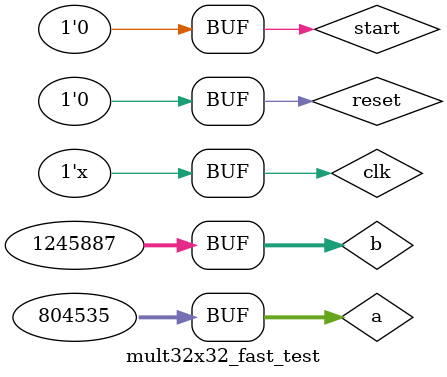
<source format=sv>
module mult32x32_fast_test;

    logic clk;            // Clock
    logic reset;          // Reset
    logic start;          // Start signal
    logic [31:0] a;       // Input a
    logic [31:0] b;       // Input b
    logic busy;           // Multiplier busy indication
    logic [63:0] product; // Miltiplication product


	mult32x32_fast mult_inst(
		.clk(clk),
		.reset(reset),
		.start(start),
		.a(a),
		.b(b),
		.busy(busy),
		.product(product)
	);

	initial begin
		clk = 1'b1;
		reset = 1'b1;
		start = 1'b0;
		a = 0;
		b = 0;
		#20
		reset = 1'b0;
		#5
		a = 205961014;
		b = 318947199;
		start = 1'b1;
		#5
		start = 1'b0;
		//waiting for busy come down...?
		#5
		a = (205961014) >> 8; //can i do it?
		b = (318947199) >> 8;
		start = 1'b1;
		#5
		start = 1'b0;
		//wating for busy to do down?
	end
	
	always begin
	#5
	clk = ~clk;
	end

endmodule

</source>
